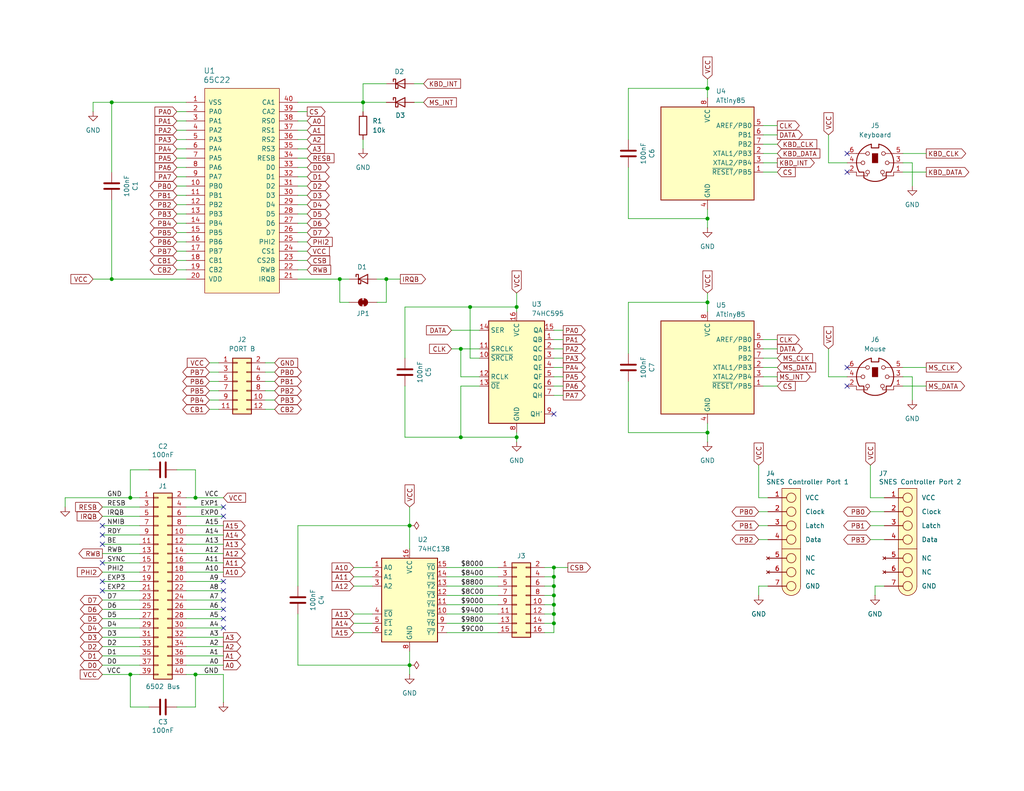
<source format=kicad_sch>
(kicad_sch (version 20250114) (generator "eeschema") (generator_version "9.0")
  (paper "USLetter")
  (title_block (title "6502 Input Board") (date "2024-06-20") (rev "1.0") (company "A.C. Wright Design"))
  (junction (at 151.13 165.1))
  (junction (at 140.97 83.82))
  (junction (at 53.34 135.89))
  (junction (at 30.48 76.2))
  (junction (at 193.04 118.11))
  (junction (at 111.76 181.61))
  (junction (at 151.13 154.94))
  (junction (at 151.13 160.02))
  (junction (at 30.48 27.94))
  (junction (at 151.13 170.18))
  (junction (at 193.04 82.55))
  (junction (at 99.06 27.94))
  (junction (at 151.13 162.56))
  (junction (at 105.41 76.2))
  (junction (at 140.97 119.38))
  (junction (at 125.73 119.38))
  (junction (at 35.56 135.89))
  (junction (at 193.04 59.69))
  (junction (at 151.13 157.48))
  (junction (at 125.73 95.25))
  (junction (at 92.71 76.2))
  (junction (at 35.56 184.15))
  (junction (at 193.04 24.13))
  (junction (at 111.76 143.51))
  (junction (at 53.34 184.15))
  (junction (at 128.27 83.82))
  (junction (at 151.13 167.64))
  (no_connect (at 27.94 146.05))
  (no_connect (at 27.94 143.51))
  (no_connect (at 231.14 100.33))
  (no_connect (at 60.96 158.75))
  (no_connect (at 60.96 171.45))
  (no_connect (at 27.94 161.29))
  (no_connect (at 231.14 105.41))
  (no_connect (at 60.96 138.43))
  (no_connect (at 60.96 166.37))
  (no_connect (at 60.96 140.97))
  (no_connect (at 231.14 46.99))
  (no_connect (at 27.94 153.67))
  (no_connect (at 60.96 163.83))
  (no_connect (at 60.96 161.29))
  (no_connect (at 231.14 41.91))
  (no_connect (at 151.13 113.03))
  (no_connect (at 27.94 158.75))
  (no_connect (at 60.96 168.91))
  (no_connect (at 27.94 148.59))
  (wire (pts (xy 50.8 143.51) (xy 60.96 143.51)))
  (wire (pts (xy 193.04 57.15) (xy 193.04 59.69)))
  (wire (pts (xy 81.28 63.5) (xy 83.82 63.5)))
  (wire (pts (xy 151.13 167.64) (xy 151.13 165.1)))
  (wire (pts (xy 48.26 53.34) (xy 50.8 53.34)))
  (wire (pts (xy 81.28 35.56) (xy 83.82 35.56)))
  (wire (pts (xy 121.92 162.56) (xy 135.89 162.56)))
  (wire (pts (xy 99.06 27.94) (xy 105.41 27.94)))
  (wire (pts (xy 208.28 95.25) (xy 212.09 95.25)))
  (wire (pts (xy 38.1 153.67) (xy 27.94 153.67)))
  (wire (pts (xy 60.96 161.29) (xy 50.8 161.29)))
  (wire (pts (xy 121.92 157.48) (xy 135.89 157.48)))
  (wire (pts (xy 99.06 27.94) (xy 99.06 30.48)))
  (wire (pts (xy 140.97 83.82) (xy 140.97 85.09)))
  (wire (pts (xy 81.28 71.12) (xy 83.82 71.12)))
  (wire (pts (xy 246.38 100.33) (xy 252.73 100.33)))
  (wire (pts (xy 48.26 30.48) (xy 50.8 30.48)))
  (wire (pts (xy 81.28 181.61) (xy 111.76 181.61)))
  (wire (pts (xy 110.49 119.38) (xy 125.73 119.38)))
  (wire (pts (xy 148.59 154.94) (xy 151.13 154.94)))
  (wire (pts (xy 125.73 102.87) (xy 125.73 95.25)))
  (wire (pts (xy 48.26 40.64) (xy 50.8 40.64)))
  (wire (pts (xy 72.39 109.22) (xy 74.93 109.22)))
  (wire (pts (xy 226.06 102.87) (xy 231.14 102.87)))
  (wire (pts (xy 81.28 55.88) (xy 83.82 55.88)))
  (wire (pts (xy 246.38 105.41) (xy 252.73 105.41)))
  (wire (pts (xy 81.28 66.04) (xy 83.82 66.04)))
  (wire (pts (xy 92.71 82.55) (xy 95.25 82.55)))
  (wire (pts (xy 81.28 30.48) (xy 83.82 30.48)))
  (wire (pts (xy 60.96 151.13) (xy 50.8 151.13)))
  (wire (pts (xy 30.48 27.94) (xy 50.8 27.94)))
  (wire (pts (xy 151.13 162.56) (xy 151.13 160.02)))
  (wire (pts (xy 96.52 172.72) (xy 101.6 172.72)))
  (wire (pts (xy 171.45 104.14) (xy 171.45 118.11)))
  (wire (pts (xy 50.8 158.75) (xy 60.96 158.75)))
  (wire (pts (xy 48.26 68.58) (xy 50.8 68.58)))
  (wire (pts (xy 207.01 139.7) (xy 209.55 139.7)))
  (wire (pts (xy 151.13 157.48) (xy 148.59 157.48)))
  (wire (pts (xy 57.15 99.06) (xy 59.69 99.06)))
  (wire (pts (xy 38.1 168.91) (xy 27.94 168.91)))
  (wire (pts (xy 38.1 148.59) (xy 27.94 148.59)))
  (wire (pts (xy 38.1 158.75) (xy 27.94 158.75)))
  (wire (pts (xy 237.49 135.89) (xy 241.3 135.89)))
  (wire (pts (xy 208.28 41.91) (xy 212.09 41.91)))
  (wire (pts (xy 208.28 102.87) (xy 212.09 102.87)))
  (wire (pts (xy 81.28 181.61) (xy 81.28 167.64)))
  (wire (pts (xy 81.28 58.42) (xy 83.82 58.42)))
  (wire (pts (xy 50.8 184.15) (xy 53.34 184.15)))
  (wire (pts (xy 123.19 90.17) (xy 130.81 90.17)))
  (wire (pts (xy 81.28 60.96) (xy 83.82 60.96)))
  (wire (pts (xy 38.1 135.89) (xy 35.56 135.89)))
  (wire (pts (xy 57.15 111.76) (xy 59.69 111.76)))
  (wire (pts (xy 128.27 97.79) (xy 128.27 83.82)))
  (wire (pts (xy 72.39 99.06) (xy 74.93 99.06)))
  (wire (pts (xy 237.49 147.32) (xy 241.3 147.32)))
  (wire (pts (xy 27.94 181.61) (xy 38.1 181.61)))
  (wire (pts (xy 193.04 82.55) (xy 193.04 85.09)))
  (wire (pts (xy 48.26 35.56) (xy 50.8 35.56)))
  (wire (pts (xy 17.78 135.89) (xy 35.56 135.89)))
  (wire (pts (xy 246.38 102.87) (xy 248.92 102.87)))
  (wire (pts (xy 110.49 83.82) (xy 128.27 83.82)))
  (wire (pts (xy 25.4 30.48) (xy 25.4 27.94)))
  (wire (pts (xy 27.94 156.21) (xy 38.1 156.21)))
  (wire (pts (xy 171.45 82.55) (xy 193.04 82.55)))
  (wire (pts (xy 105.41 82.55) (xy 105.41 76.2)))
  (wire (pts (xy 208.28 105.41) (xy 212.09 105.41)))
  (wire (pts (xy 171.45 59.69) (xy 193.04 59.69)))
  (wire (pts (xy 48.26 73.66) (xy 50.8 73.66)))
  (wire (pts (xy 208.28 46.99) (xy 212.09 46.99)))
  (wire (pts (xy 17.78 138.43) (xy 17.78 135.89)))
  (wire (pts (xy 140.97 118.11) (xy 140.97 119.38)))
  (wire (pts (xy 35.56 128.27) (xy 35.56 135.89)))
  (wire (pts (xy 151.13 160.02) (xy 151.13 157.48)))
  (wire (pts (xy 50.8 168.91) (xy 60.96 168.91)))
  (wire (pts (xy 226.06 36.83) (xy 226.06 44.45)))
  (wire (pts (xy 151.13 97.79) (xy 153.67 97.79)))
  (wire (pts (xy 27.94 140.97) (xy 38.1 140.97)))
  (wire (pts (xy 121.92 154.94) (xy 135.89 154.94)))
  (wire (pts (xy 50.8 138.43) (xy 60.96 138.43)))
  (wire (pts (xy 140.97 80.01) (xy 140.97 83.82)))
  (wire (pts (xy 99.06 38.1) (xy 99.06 40.64)))
  (wire (pts (xy 35.56 184.15) (xy 35.56 193.04)))
  (wire (pts (xy 128.27 83.82) (xy 140.97 83.82)))
  (wire (pts (xy 53.34 193.04) (xy 48.26 193.04)))
  (wire (pts (xy 171.45 24.13) (xy 193.04 24.13)))
  (wire (pts (xy 30.48 76.2) (xy 50.8 76.2)))
  (wire (pts (xy 248.92 102.87) (xy 248.92 109.22)))
  (wire (pts (xy 81.28 48.26) (xy 83.82 48.26)))
  (wire (pts (xy 121.92 165.1) (xy 135.89 165.1)))
  (wire (pts (xy 238.76 160.02) (xy 241.3 160.02)))
  (wire (pts (xy 38.1 184.15) (xy 35.56 184.15)))
  (wire (pts (xy 148.59 172.72) (xy 151.13 172.72)))
  (wire (pts (xy 151.13 170.18) (xy 148.59 170.18)))
  (wire (pts (xy 193.04 59.69) (xy 193.04 62.23)))
  (wire (pts (xy 237.49 127) (xy 237.49 135.89)))
  (wire (pts (xy 207.01 127) (xy 207.01 135.89)))
  (wire (pts (xy 151.13 170.18) (xy 151.13 167.64)))
  (wire (pts (xy 38.1 163.83) (xy 27.94 163.83)))
  (wire (pts (xy 113.03 27.94) (xy 115.57 27.94)))
  (wire (pts (xy 48.26 48.26) (xy 50.8 48.26)))
  (wire (pts (xy 151.13 165.1) (xy 148.59 165.1)))
  (wire (pts (xy 130.81 105.41) (xy 125.73 105.41)))
  (wire (pts (xy 48.26 58.42) (xy 50.8 58.42)))
  (wire (pts (xy 50.8 173.99) (xy 60.96 173.99)))
  (wire (pts (xy 48.26 33.02) (xy 50.8 33.02)))
  (wire (pts (xy 151.13 172.72) (xy 151.13 170.18)))
  (wire (pts (xy 151.13 107.95) (xy 153.67 107.95)))
  (wire (pts (xy 148.59 160.02) (xy 151.13 160.02)))
  (wire (pts (xy 208.28 100.33) (xy 212.09 100.33)))
  (wire (pts (xy 27.94 143.51) (xy 38.1 143.51)))
  (wire (pts (xy 96.52 170.18) (xy 101.6 170.18)))
  (wire (pts (xy 53.34 184.15) (xy 53.34 193.04)))
  (wire (pts (xy 27.94 176.53) (xy 38.1 176.53)))
  (wire (pts (xy 208.28 92.71) (xy 212.09 92.71)))
  (wire (pts (xy 125.73 119.38) (xy 140.97 119.38)))
  (wire (pts (xy 125.73 105.41) (xy 125.73 119.38)))
  (wire (pts (xy 60.96 181.61) (xy 50.8 181.61)))
  (wire (pts (xy 57.15 104.14) (xy 59.69 104.14)))
  (wire (pts (xy 60.96 176.53) (xy 50.8 176.53)))
  (wire (pts (xy 102.87 82.55) (xy 105.41 82.55)))
  (wire (pts (xy 27.94 138.43) (xy 38.1 138.43)))
  (wire (pts (xy 27.94 146.05) (xy 38.1 146.05)))
  (wire (pts (xy 193.04 115.57) (xy 193.04 118.11)))
  (wire (pts (xy 111.76 181.61) (xy 111.76 184.15)))
  (wire (pts (xy 72.39 104.14) (xy 74.93 104.14)))
  (wire (pts (xy 207.01 135.89) (xy 209.55 135.89)))
  (wire (pts (xy 110.49 97.79) (xy 110.49 83.82)))
  (wire (pts (xy 27.94 171.45) (xy 38.1 171.45)))
  (wire (pts (xy 38.1 173.99) (xy 27.94 173.99)))
  (wire (pts (xy 30.48 27.94) (xy 30.48 46.99)))
  (wire (pts (xy 151.13 162.56) (xy 148.59 162.56)))
  (wire (pts (xy 48.26 45.72) (xy 50.8 45.72)))
  (wire (pts (xy 246.38 44.45) (xy 248.92 44.45)))
  (wire (pts (xy 111.76 143.51) (xy 111.76 138.43)))
  (wire (pts (xy 110.49 105.41) (xy 110.49 119.38)))
  (wire (pts (xy 171.45 118.11) (xy 193.04 118.11)))
  (wire (pts (xy 105.41 76.2) (xy 109.22 76.2)))
  (wire (pts (xy 27.94 184.15) (xy 35.56 184.15)))
  (wire (pts (xy 111.76 177.8) (xy 111.76 181.61)))
  (wire (pts (xy 60.96 135.89) (xy 53.34 135.89)))
  (wire (pts (xy 25.4 27.94) (xy 30.48 27.94)))
  (wire (pts (xy 60.96 156.21) (xy 50.8 156.21)))
  (wire (pts (xy 193.04 21.59) (xy 193.04 24.13)))
  (wire (pts (xy 121.92 172.72) (xy 135.89 172.72)))
  (wire (pts (xy 81.28 143.51) (xy 81.28 160.02)))
  (wire (pts (xy 207.01 147.32) (xy 209.55 147.32)))
  (wire (pts (xy 151.13 157.48) (xy 151.13 154.94)))
  (wire (pts (xy 38.1 179.07) (xy 27.94 179.07)))
  (wire (pts (xy 246.38 46.99) (xy 252.73 46.99)))
  (wire (pts (xy 209.55 160.02) (xy 207.01 160.02)))
  (wire (pts (xy 60.96 146.05) (xy 50.8 146.05)))
  (wire (pts (xy 208.28 44.45) (xy 212.09 44.45)))
  (wire (pts (xy 140.97 119.38) (xy 140.97 120.65)))
  (wire (pts (xy 151.13 92.71) (xy 153.67 92.71)))
  (wire (pts (xy 27.94 151.13) (xy 38.1 151.13)))
  (wire (pts (xy 30.48 54.61) (xy 30.48 76.2)))
  (wire (pts (xy 96.52 157.48) (xy 101.6 157.48)))
  (wire (pts (xy 193.04 118.11) (xy 193.04 120.65)))
  (wire (pts (xy 81.28 33.02) (xy 83.82 33.02)))
  (wire (pts (xy 50.8 179.07) (xy 60.96 179.07)))
  (wire (pts (xy 208.28 97.79) (xy 212.09 97.79)))
  (wire (pts (xy 53.34 184.15) (xy 60.96 184.15)))
  (wire (pts (xy 81.28 43.18) (xy 83.82 43.18)))
  (wire (pts (xy 60.96 166.37) (xy 50.8 166.37)))
  (wire (pts (xy 81.28 68.58) (xy 83.82 68.58)))
  (wire (pts (xy 130.81 97.79) (xy 128.27 97.79)))
  (wire (pts (xy 208.28 34.29) (xy 212.09 34.29)))
  (wire (pts (xy 193.04 24.13) (xy 193.04 26.67)))
  (wire (pts (xy 53.34 128.27) (xy 53.34 135.89)))
  (wire (pts (xy 72.39 101.6) (xy 74.93 101.6)))
  (wire (pts (xy 48.26 63.5) (xy 50.8 63.5)))
  (wire (pts (xy 48.26 71.12) (xy 50.8 71.12)))
  (wire (pts (xy 72.39 106.68) (xy 74.93 106.68)))
  (wire (pts (xy 60.96 184.15) (xy 60.96 191.77)))
  (wire (pts (xy 81.28 50.8) (xy 83.82 50.8)))
  (wire (pts (xy 50.8 163.83) (xy 60.96 163.83)))
  (wire (pts (xy 35.56 128.27) (xy 40.64 128.27)))
  (wire (pts (xy 111.76 143.51) (xy 111.76 149.86)))
  (wire (pts (xy 81.28 45.72) (xy 83.82 45.72)))
  (wire (pts (xy 171.45 45.72) (xy 171.45 59.69)))
  (wire (pts (xy 48.26 60.96) (xy 50.8 60.96)))
  (wire (pts (xy 151.13 105.41) (xy 153.67 105.41)))
  (wire (pts (xy 237.49 143.51) (xy 241.3 143.51)))
  (wire (pts (xy 25.4 76.2) (xy 30.48 76.2)))
  (wire (pts (xy 81.28 40.64) (xy 83.82 40.64)))
  (wire (pts (xy 96.52 167.64) (xy 101.6 167.64)))
  (wire (pts (xy 60.96 140.97) (xy 50.8 140.97)))
  (wire (pts (xy 92.71 76.2) (xy 92.71 82.55)))
  (wire (pts (xy 171.45 96.52) (xy 171.45 82.55)))
  (wire (pts (xy 226.06 95.25) (xy 226.06 102.87)))
  (wire (pts (xy 53.34 135.89) (xy 50.8 135.89)))
  (wire (pts (xy 35.56 193.04) (xy 40.64 193.04)))
  (wire (pts (xy 99.06 22.86) (xy 99.06 27.94)))
  (wire (pts (xy 246.38 41.91) (xy 252.73 41.91)))
  (wire (pts (xy 99.06 22.86) (xy 105.41 22.86)))
  (wire (pts (xy 57.15 109.22) (xy 59.69 109.22)))
  (wire (pts (xy 72.39 111.76) (xy 74.93 111.76)))
  (wire (pts (xy 208.28 36.83) (xy 212.09 36.83)))
  (wire (pts (xy 48.26 50.8) (xy 50.8 50.8)))
  (wire (pts (xy 81.28 27.94) (xy 99.06 27.94)))
  (wire (pts (xy 151.13 90.17) (xy 153.67 90.17)))
  (wire (pts (xy 238.76 162.56) (xy 238.76 160.02)))
  (wire (pts (xy 48.26 55.88) (xy 50.8 55.88)))
  (wire (pts (xy 48.26 43.18) (xy 50.8 43.18)))
  (wire (pts (xy 123.19 95.25) (xy 125.73 95.25)))
  (wire (pts (xy 105.41 76.2) (xy 102.87 76.2)))
  (wire (pts (xy 151.13 167.64) (xy 148.59 167.64)))
  (wire (pts (xy 125.73 95.25) (xy 130.81 95.25)))
  (wire (pts (xy 50.8 153.67) (xy 60.96 153.67)))
  (wire (pts (xy 92.71 76.2) (xy 95.25 76.2)))
  (wire (pts (xy 96.52 154.94) (xy 101.6 154.94)))
  (wire (pts (xy 151.13 154.94) (xy 154.94 154.94)))
  (wire (pts (xy 81.28 53.34) (xy 83.82 53.34)))
  (wire (pts (xy 207.01 143.51) (xy 209.55 143.51)))
  (wire (pts (xy 121.92 167.64) (xy 135.89 167.64)))
  (wire (pts (xy 48.26 66.04) (xy 50.8 66.04)))
  (wire (pts (xy 60.96 171.45) (xy 50.8 171.45)))
  (wire (pts (xy 81.28 76.2) (xy 92.71 76.2)))
  (wire (pts (xy 171.45 38.1) (xy 171.45 24.13)))
  (wire (pts (xy 111.76 143.51) (xy 81.28 143.51)))
  (wire (pts (xy 27.94 161.29) (xy 38.1 161.29)))
  (wire (pts (xy 208.28 39.37) (xy 212.09 39.37)))
  (wire (pts (xy 121.92 170.18) (xy 135.89 170.18)))
  (wire (pts (xy 48.26 128.27) (xy 53.34 128.27)))
  (wire (pts (xy 57.15 101.6) (xy 59.69 101.6)))
  (wire (pts (xy 151.13 102.87) (xy 153.67 102.87)))
  (wire (pts (xy 121.92 160.02) (xy 135.89 160.02)))
  (wire (pts (xy 151.13 95.25) (xy 153.67 95.25)))
  (wire (pts (xy 50.8 148.59) (xy 60.96 148.59)))
  (wire (pts (xy 237.49 139.7) (xy 241.3 139.7)))
  (wire (pts (xy 151.13 165.1) (xy 151.13 162.56)))
  (wire (pts (xy 81.28 38.1) (xy 83.82 38.1)))
  (wire (pts (xy 226.06 44.45) (xy 231.14 44.45)))
  (wire (pts (xy 81.28 73.66) (xy 83.82 73.66)))
  (wire (pts (xy 207.01 160.02) (xy 207.01 162.56)))
  (wire (pts (xy 48.26 38.1) (xy 50.8 38.1)))
  (wire (pts (xy 193.04 80.01) (xy 193.04 82.55)))
  (wire (pts (xy 130.81 102.87) (xy 125.73 102.87)))
  (wire (pts (xy 113.03 22.86) (xy 115.57 22.86)))
  (wire (pts (xy 151.13 100.33) (xy 153.67 100.33)))
  (wire (pts (xy 27.94 166.37) (xy 38.1 166.37)))
  (wire (pts (xy 96.52 160.02) (xy 101.6 160.02)))
  (wire (pts (xy 248.92 44.45) (xy 248.92 50.8)))
  (wire (pts (xy 57.15 106.68) (xy 59.69 106.68)))
  (label "BE" (at 29.21 148.59 0))
  (label "A15" (at 59.69 143.51 180))
  (label "EXP1" (at 59.69 138.43 180))
  (label "A4" (at 59.69 171.45 180))
  (label "D4" (at 29.21 171.45 0))
  (label "RESB" (at 29.21 138.43 0))
  (label "$8000" (at 125.73 154.94 0))
  (label "A0" (at 59.69 181.61 180))
  (label "EXP3" (at 29.21 158.75 0))
  (label "PHI2" (at 29.21 156.21 0))
  (label "EXP2" (at 29.21 161.29 0))
  (label "RDY" (at 29.21 146.05 0))
  (label "A9" (at 59.69 158.75 180))
  (label "A14" (at 59.69 146.05 180))
  (label "IRQB" (at 29.21 140.97 0))
  (label "D7" (at 29.21 163.83 0))
  (label "A1" (at 59.69 179.07 180))
  (label "A3" (at 59.69 173.99 180))
  (label "$9400" (at 125.73 167.64 0))
  (label "VCC" (at 29.21 184.15 0))
  (label "A6" (at 59.69 166.37 180))
  (label "$8800" (at 125.73 160.02 0))
  (label "D1" (at 29.21 179.07 0))
  (label "SYNC" (at 29.21 153.67 0))
  (label "D0" (at 29.21 181.61 0))
  (label "A12" (at 59.69 151.13 180))
  (label "A2" (at 59.69 176.53 180))
  (label "A13" (at 59.69 148.59 180))
  (label "A11" (at 59.69 153.67 180))
  (label "D3" (at 29.21 173.99 0))
  (label "$9C00" (at 125.73 172.72 0))
  (label "NMIB" (at 29.21 143.51 0))
  (label "A10" (at 59.69 156.21 180))
  (label "A7" (at 59.69 163.83 180))
  (label "$8C00" (at 125.73 162.56 0))
  (label "$8400" (at 125.73 157.48 0))
  (label "VCC" (at 59.69 135.89 180))
  (label "GND" (at 29.21 135.89 0))
  (label "GND" (at 59.69 184.15 180))
  (label "$9800" (at 125.73 170.18 0))
  (label "$9000" (at 125.73 165.1 0))
  (label "A5" (at 59.69 168.91 180))
  (label "RWB" (at 29.21 151.13 0))
  (label "EXP0" (at 59.69 140.97 180))
  (label "D2" (at 29.21 176.53 0))
  (label "D6" (at 29.21 166.37 0))
  (label "A8" (at 59.69 161.29 180))
  (label "D5" (at 29.21 168.91 0))
  (global_label "A10" (shape output) (at 60.96 156.21 0) (property "Intersheetrefs" "${INTERSHEET_REFS}" (effects (hide yes))))
  (global_label "A11" (shape output) (at 60.96 153.67 0) (property "Intersheetrefs" "${INTERSHEET_REFS}" (effects (hide yes))))
  (global_label "CS" (shape input) (at 212.09 46.99 0) (property "Intersheetrefs" "${INTERSHEET_REFS}" (effects (hide yes))))
  (global_label "A12" (shape output) (at 60.96 151.13 0) (property "Intersheetrefs" "${INTERSHEET_REFS}" (effects (hide yes))))
  (global_label "A13" (shape output) (at 60.96 148.59 0) (property "Intersheetrefs" "${INTERSHEET_REFS}" (effects (hide yes))))
  (global_label "CLK" (shape input) (at 123.19 95.25 180) (property "Intersheetrefs" "${INTERSHEET_REFS}" (effects (hide yes))))
  (global_label "A13" (shape input) (at 96.52 167.64 180) (property "Intersheetrefs" "${INTERSHEET_REFS}" (effects (hide yes))))
  (global_label "KBD_INT" (shape input) (at 115.57 22.86 0) (property "Intersheetrefs" "${INTERSHEET_REFS}" (effects (hide yes))))
  (global_label "A11" (shape input) (at 96.52 157.48 180) (property "Intersheetrefs" "${INTERSHEET_REFS}" (effects (hide yes))))
  (global_label "KBD_DATA" (shape input) (at 212.09 41.91 0) (property "Intersheetrefs" "${INTERSHEET_REFS}" (effects (hide yes))))
  (global_label "D5" (shape bidirectional) (at 27.94 168.91 180) (property "Intersheetrefs" "${INTERSHEET_REFS}" (effects (hide yes))))
  (global_label "CB2" (shape bidirectional) (at 74.93 111.76 0) (property "Intersheetrefs" "${INTERSHEET_REFS}" (effects (hide yes))))
  (global_label "PA2" (shape output) (at 153.67 95.25 0) (property "Intersheetrefs" "${INTERSHEET_REFS}" (effects (hide yes))))
  (global_label "A15" (shape input) (at 96.52 172.72 180) (property "Intersheetrefs" "${INTERSHEET_REFS}" (effects (hide yes))))
  (global_label "PB3" (shape bidirectional) (at 74.93 109.22 0) (property "Intersheetrefs" "${INTERSHEET_REFS}" (effects (hide yes))))
  (global_label "A10" (shape input) (at 96.52 154.94 180) (property "Intersheetrefs" "${INTERSHEET_REFS}" (effects (hide yes))))
  (global_label "MS_DATA" (shape output) (at 252.73 105.41 0) (property "Intersheetrefs" "${INTERSHEET_REFS}" (effects (hide yes))))
  (global_label "A1" (shape input) (at 83.82 35.56 0) (property "Intersheetrefs" "${INTERSHEET_REFS}" (effects (hide yes))))
  (global_label "PA0" (shape output) (at 153.67 90.17 0) (property "Intersheetrefs" "${INTERSHEET_REFS}" (effects (hide yes))))
  (global_label "PHI2" (shape input) (at 27.94 156.21 180) (property "Intersheetrefs" "${INTERSHEET_REFS}" (effects (hide yes))))
  (global_label "PA7" (shape input) (at 48.26 48.26 180) (property "Intersheetrefs" "${INTERSHEET_REFS}" (effects (hide yes))))
  (global_label "PB2" (shape bidirectional) (at 207.01 147.32 180) (property "Intersheetrefs" "${INTERSHEET_REFS}" (effects (hide yes))))
  (global_label "A14" (shape input) (at 96.52 170.18 180) (property "Intersheetrefs" "${INTERSHEET_REFS}" (effects (hide yes))))
  (global_label "PA2" (shape input) (at 48.26 35.56 180) (property "Intersheetrefs" "${INTERSHEET_REFS}" (effects (hide yes))))
  (global_label "RESB" (shape input) (at 27.94 138.43 180) (property "Intersheetrefs" "${INTERSHEET_REFS}" (effects (hide yes))))
  (global_label "A0" (shape input) (at 83.82 33.02 0) (property "Intersheetrefs" "${INTERSHEET_REFS}" (effects (hide yes))))
  (global_label "PA3" (shape input) (at 48.26 38.1 180) (property "Intersheetrefs" "${INTERSHEET_REFS}" (effects (hide yes))))
  (global_label "MS_CLK" (shape output) (at 252.73 100.33 0) (property "Intersheetrefs" "${INTERSHEET_REFS}" (effects (hide yes))))
  (global_label "PB4" (shape bidirectional) (at 48.26 60.96 180) (property "Intersheetrefs" "${INTERSHEET_REFS}" (effects (hide yes))))
  (global_label "D3" (shape bidirectional) (at 27.94 173.99 180) (property "Intersheetrefs" "${INTERSHEET_REFS}" (effects (hide yes))))
  (global_label "CLK" (shape output) (at 212.09 34.29 0) (property "Intersheetrefs" "${INTERSHEET_REFS}" (effects (hide yes))))
  (global_label "MS_DATA" (shape input) (at 212.09 100.33 0) (property "Intersheetrefs" "${INTERSHEET_REFS}" (effects (hide yes))))
  (global_label "D2" (shape bidirectional) (at 83.82 50.8 0) (property "Intersheetrefs" "${INTERSHEET_REFS}" (effects (hide yes))))
  (global_label "PB1" (shape bidirectional) (at 48.26 53.34 180) (property "Intersheetrefs" "${INTERSHEET_REFS}" (effects (hide yes))))
  (global_label "PA6" (shape output) (at 153.67 105.41 0) (property "Intersheetrefs" "${INTERSHEET_REFS}" (effects (hide yes))))
  (global_label "A1" (shape output) (at 60.96 179.07 0) (property "Intersheetrefs" "${INTERSHEET_REFS}" (effects (hide yes))))
  (global_label "PB1" (shape bidirectional) (at 237.49 143.51 180) (property "Intersheetrefs" "${INTERSHEET_REFS}" (effects (hide yes))))
  (global_label "PB6" (shape bidirectional) (at 57.15 104.14 180) (property "Intersheetrefs" "${INTERSHEET_REFS}" (effects (hide yes))))
  (global_label "RESB" (shape input) (at 83.82 43.18 0) (property "Intersheetrefs" "${INTERSHEET_REFS}" (effects (hide yes))))
  (global_label "KBD_INT" (shape output) (at 212.09 44.45 0) (property "Intersheetrefs" "${INTERSHEET_REFS}" (effects (hide yes))))
  (global_label "PB4" (shape bidirectional) (at 57.15 109.22 180) (property "Intersheetrefs" "${INTERSHEET_REFS}" (effects (hide yes))))
  (global_label "D4" (shape bidirectional) (at 27.94 171.45 180) (property "Intersheetrefs" "${INTERSHEET_REFS}" (effects (hide yes))))
  (global_label "VCC" (shape input) (at 60.96 135.89 0) (property "Intersheetrefs" "${INTERSHEET_REFS}" (effects (hide yes))))
  (global_label "PB7" (shape bidirectional) (at 57.15 101.6 180) (property "Intersheetrefs" "${INTERSHEET_REFS}" (effects (hide yes))))
  (global_label "A3" (shape input) (at 83.82 40.64 0) (property "Intersheetrefs" "${INTERSHEET_REFS}" (effects (hide yes))))
  (global_label "PA4" (shape input) (at 48.26 40.64 180) (property "Intersheetrefs" "${INTERSHEET_REFS}" (effects (hide yes))))
  (global_label "VCC" (shape input) (at 193.04 80.01 90) (property "Intersheetrefs" "${INTERSHEET_REFS}" (effects (hide yes))))
  (global_label "RWB" (shape output) (at 27.94 151.13 180) (property "Intersheetrefs" "${INTERSHEET_REFS}" (effects (hide yes))))
  (global_label "D1" (shape bidirectional) (at 27.94 179.07 180) (property "Intersheetrefs" "${INTERSHEET_REFS}" (effects (hide yes))))
  (global_label "VCC" (shape input) (at 226.06 36.83 90) (property "Intersheetrefs" "${INTERSHEET_REFS}" (effects (hide yes))))
  (global_label "CS" (shape input) (at 212.09 105.41 0) (property "Intersheetrefs" "${INTERSHEET_REFS}" (effects (hide yes))))
  (global_label "CSB" (shape output) (at 154.94 154.94 0) (property "Intersheetrefs" "${INTERSHEET_REFS}" (effects (hide yes))))
  (global_label "GND" (shape input) (at 74.93 99.06 0) (property "Intersheetrefs" "${INTERSHEET_REFS}" (effects (hide yes))))
  (global_label "PB2" (shape bidirectional) (at 48.26 55.88 180) (property "Intersheetrefs" "${INTERSHEET_REFS}" (effects (hide yes))))
  (global_label "A14" (shape output) (at 60.96 146.05 0) (property "Intersheetrefs" "${INTERSHEET_REFS}" (effects (hide yes))))
  (global_label "PB0" (shape bidirectional) (at 207.01 139.7 180) (property "Intersheetrefs" "${INTERSHEET_REFS}" (effects (hide yes))))
  (global_label "CSB" (shape input) (at 83.82 71.12 0) (property "Intersheetrefs" "${INTERSHEET_REFS}" (effects (hide yes))))
  (global_label "VCC" (shape input) (at 140.97 80.01 90) (property "Intersheetrefs" "${INTERSHEET_REFS}" (effects (hide yes))))
  (global_label "PB5" (shape bidirectional) (at 57.15 106.68 180) (property "Intersheetrefs" "${INTERSHEET_REFS}" (effects (hide yes))))
  (global_label "KBD_CLK" (shape output) (at 252.73 41.91 0) (property "Intersheetrefs" "${INTERSHEET_REFS}" (effects (hide yes))))
  (global_label "DATA" (shape output) (at 212.09 36.83 0) (property "Intersheetrefs" "${INTERSHEET_REFS}" (effects (hide yes))))
  (global_label "A15" (shape output) (at 60.96 143.51 0) (property "Intersheetrefs" "${INTERSHEET_REFS}" (effects (hide yes))))
  (global_label "PB0" (shape bidirectional) (at 237.49 139.7 180) (property "Intersheetrefs" "${INTERSHEET_REFS}" (effects (hide yes))))
  (global_label "MS_INT" (shape output) (at 212.09 102.87 0) (property "Intersheetrefs" "${INTERSHEET_REFS}" (effects (hide yes))))
  (global_label "PA0" (shape input) (at 48.26 30.48 180) (property "Intersheetrefs" "${INTERSHEET_REFS}" (effects (hide yes))))
  (global_label "VCC" (shape input) (at 226.06 95.25 90) (property "Intersheetrefs" "${INTERSHEET_REFS}" (effects (hide yes))))
  (global_label "PB7" (shape bidirectional) (at 48.26 68.58 180) (property "Intersheetrefs" "${INTERSHEET_REFS}" (effects (hide yes))))
  (global_label "PB1" (shape bidirectional) (at 207.01 143.51 180) (property "Intersheetrefs" "${INTERSHEET_REFS}" (effects (hide yes))))
  (global_label "A2" (shape input) (at 83.82 38.1 0) (property "Intersheetrefs" "${INTERSHEET_REFS}" (effects (hide yes))))
  (global_label "D6" (shape bidirectional) (at 27.94 166.37 180) (property "Intersheetrefs" "${INTERSHEET_REFS}" (effects (hide yes))))
  (global_label "PA7" (shape output) (at 153.67 107.95 0) (property "Intersheetrefs" "${INTERSHEET_REFS}" (effects (hide yes))))
  (global_label "PB5" (shape bidirectional) (at 48.26 63.5 180) (property "Intersheetrefs" "${INTERSHEET_REFS}" (effects (hide yes))))
  (global_label "DATA" (shape input) (at 123.19 90.17 180) (property "Intersheetrefs" "${INTERSHEET_REFS}" (effects (hide yes))))
  (global_label "D1" (shape bidirectional) (at 83.82 48.26 0) (property "Intersheetrefs" "${INTERSHEET_REFS}" (effects (hide yes))))
  (global_label "CLK" (shape output) (at 212.09 92.71 0) (property "Intersheetrefs" "${INTERSHEET_REFS}" (effects (hide yes))))
  (global_label "A0" (shape output) (at 60.96 181.61 0) (property "Intersheetrefs" "${INTERSHEET_REFS}" (effects (hide yes))))
  (global_label "IRQB" (shape output) (at 109.22 76.2 0) (property "Intersheetrefs" "${INTERSHEET_REFS}" (effects (hide yes))))
  (global_label "D5" (shape bidirectional) (at 83.82 58.42 0) (property "Intersheetrefs" "${INTERSHEET_REFS}" (effects (hide yes))))
  (global_label "PB3" (shape bidirectional) (at 48.26 58.42 180) (property "Intersheetrefs" "${INTERSHEET_REFS}" (effects (hide yes))))
  (global_label "MS_INT" (shape input) (at 115.57 27.94 0) (property "Intersheetrefs" "${INTERSHEET_REFS}" (effects (hide yes))))
  (global_label "CS" (shape output) (at 83.82 30.48 0) (property "Intersheetrefs" "${INTERSHEET_REFS}" (effects (hide yes))))
  (global_label "VCC" (shape input) (at 237.49 127 90) (property "Intersheetrefs" "${INTERSHEET_REFS}" (effects (hide yes))))
  (global_label "CB1" (shape bidirectional) (at 57.15 111.76 180) (property "Intersheetrefs" "${INTERSHEET_REFS}" (effects (hide yes))))
  (global_label "D2" (shape bidirectional) (at 27.94 176.53 180) (property "Intersheetrefs" "${INTERSHEET_REFS}" (effects (hide yes))))
  (global_label "D7" (shape bidirectional) (at 27.94 163.83 180) (property "Intersheetrefs" "${INTERSHEET_REFS}" (effects (hide yes))))
  (global_label "PB1" (shape bidirectional) (at 74.93 104.14 0) (property "Intersheetrefs" "${INTERSHEET_REFS}" (effects (hide yes))))
  (global_label "DATA" (shape output) (at 212.09 95.25 0) (property "Intersheetrefs" "${INTERSHEET_REFS}" (effects (hide yes))))
  (global_label "A3" (shape output) (at 60.96 173.99 0) (property "Intersheetrefs" "${INTERSHEET_REFS}" (effects (hide yes))))
  (global_label "KBD_DATA" (shape output) (at 252.73 46.99 0) (property "Intersheetrefs" "${INTERSHEET_REFS}" (effects (hide yes))))
  (global_label "D7" (shape bidirectional) (at 83.82 63.5 0) (property "Intersheetrefs" "${INTERSHEET_REFS}" (effects (hide yes))))
  (global_label "PA1" (shape input) (at 48.26 33.02 180) (property "Intersheetrefs" "${INTERSHEET_REFS}" (effects (hide yes))))
  (global_label "A12" (shape input) (at 96.52 160.02 180) (property "Intersheetrefs" "${INTERSHEET_REFS}" (effects (hide yes))))
  (global_label "D0" (shape bidirectional) (at 83.82 45.72 0) (property "Intersheetrefs" "${INTERSHEET_REFS}" (effects (hide yes))))
  (global_label "PA1" (shape output) (at 153.67 92.71 0) (property "Intersheetrefs" "${INTERSHEET_REFS}" (effects (hide yes))))
  (global_label "VCC" (shape input) (at 57.15 99.06 180) (property "Intersheetrefs" "${INTERSHEET_REFS}" (effects (hide yes))))
  (global_label "PB2" (shape bidirectional) (at 74.93 106.68 0) (property "Intersheetrefs" "${INTERSHEET_REFS}" (effects (hide yes))))
  (global_label "MS_CLK" (shape input) (at 212.09 97.79 0) (property "Intersheetrefs" "${INTERSHEET_REFS}" (effects (hide yes))))
  (global_label "PA5" (shape output) (at 153.67 102.87 0) (property "Intersheetrefs" "${INTERSHEET_REFS}" (effects (hide yes))))
  (global_label "VCC" (shape input) (at 111.76 138.43 90) (property "Intersheetrefs" "${INTERSHEET_REFS}" (effects (hide yes))))
  (global_label "VCC" (shape input) (at 207.01 127 90) (property "Intersheetrefs" "${INTERSHEET_REFS}" (effects (hide yes))))
  (global_label "PB3" (shape bidirectional) (at 237.49 147.32 180) (property "Intersheetrefs" "${INTERSHEET_REFS}" (effects (hide yes))))
  (global_label "A2" (shape output) (at 60.96 176.53 0) (property "Intersheetrefs" "${INTERSHEET_REFS}" (effects (hide yes))))
  (global_label "D3" (shape bidirectional) (at 83.82 53.34 0) (property "Intersheetrefs" "${INTERSHEET_REFS}" (effects (hide yes))))
  (global_label "PB0" (shape bidirectional) (at 74.93 101.6 0) (property "Intersheetrefs" "${INTERSHEET_REFS}" (effects (hide yes))))
  (global_label "PA4" (shape output) (at 153.67 100.33 0) (property "Intersheetrefs" "${INTERSHEET_REFS}" (effects (hide yes))))
  (global_label "IRQB" (shape input) (at 27.94 140.97 180) (property "Intersheetrefs" "${INTERSHEET_REFS}" (effects (hide yes))))
  (global_label "KBD_CLK" (shape input) (at 212.09 39.37 0) (property "Intersheetrefs" "${INTERSHEET_REFS}" (effects (hide yes))))
  (global_label "PHI2" (shape input) (at 83.82 66.04 0) (property "Intersheetrefs" "${INTERSHEET_REFS}" (effects (hide yes))))
  (global_label "PA3" (shape output) (at 153.67 97.79 0) (property "Intersheetrefs" "${INTERSHEET_REFS}" (effects (hide yes))))
  (global_label "VCC" (shape input) (at 25.4 76.2 180) (property "Intersheetrefs" "${INTERSHEET_REFS}" (effects (hide yes))))
  (global_label "RWB" (shape input) (at 83.82 73.66 0) (property "Intersheetrefs" "${INTERSHEET_REFS}" (effects (hide yes))))
  (global_label "VCC" (shape input) (at 83.82 68.58 0) (property "Intersheetrefs" "${INTERSHEET_REFS}" (effects (hide yes))))
  (global_label "D6" (shape bidirectional) (at 83.82 60.96 0) (property "Intersheetrefs" "${INTERSHEET_REFS}" (effects (hide yes))))
  (global_label "PB0" (shape bidirectional) (at 48.26 50.8 180) (property "Intersheetrefs" "${INTERSHEET_REFS}" (effects (hide yes))))
  (global_label "PA6" (shape input) (at 48.26 45.72 180) (property "Intersheetrefs" "${INTERSHEET_REFS}" (effects (hide yes))))
  (global_label "PA5" (shape input) (at 48.26 43.18 180) (property "Intersheetrefs" "${INTERSHEET_REFS}" (effects (hide yes))))
  (global_label "D4" (shape bidirectional) (at 83.82 55.88 0) (property "Intersheetrefs" "${INTERSHEET_REFS}" (effects (hide yes))))
  (global_label "PB6" (shape bidirectional) (at 48.26 66.04 180) (property "Intersheetrefs" "${INTERSHEET_REFS}" (effects (hide yes))))
  (global_label "VCC" (shape input) (at 27.94 184.15 180) (property "Intersheetrefs" "${INTERSHEET_REFS}" (effects (hide yes))))
  (global_label "D0" (shape bidirectional) (at 27.94 181.61 180) (property "Intersheetrefs" "${INTERSHEET_REFS}" (effects (hide yes))))
  (global_label "CB1" (shape bidirectional) (at 48.26 71.12 180) (property "Intersheetrefs" "${INTERSHEET_REFS}" (effects (hide yes))))
  (global_label "CB2" (shape bidirectional) (at 48.26 73.66 180) (property "Intersheetrefs" "${INTERSHEET_REFS}" (effects (hide yes))))
  (global_label "VCC" (shape input) (at 193.04 21.59 90) (property "Intersheetrefs" "${INTERSHEET_REFS}" (effects (hide yes))))
  (symbol (lib_id "power:GND") (at 193.04 120.65 0) (unit 1)
    (property "Reference" "#PWR08" (effects (hide yes)))
    (property "Value" "GND" (at 193.04 125.73 0))
    (property "Description" "Power symbol creates a global label with name \"GND\" , ground" (effects (hide yes)))
  )
  (symbol (lib_id "power:GND") (at 248.92 109.22 0) (unit 1)
    (property "Reference" "#PWR012" (effects (hide yes)))
    (property "Value" "GND" (at 248.92 114.3 0))
    (property "Description" "Power symbol creates a global label with name \"GND\" , ground" (effects (hide yes)))
  )
  (symbol (lib_id "6502 Parts:KMDGX-6S-BS") (at 238.76 44.45 0) (unit 1)
    (property "Reference" "J5" (at 238.7777 34.29 0))
    (property "Value" "Keyboard" (at 238.7777 36.83 0))
    (property "Footprint" "6502 Parts:KMDGX-6S-BS" (effects (hide yes)))
    (property "Datasheet" "http://service.powerdynamics.com/ec/Catalog17/Section%2011.pdf" (effects (hide yes)))
    (property "Description" "6-pin Mini-DIN connector" (effects (hide yes)))
  )
  (symbol (lib_id "Connector_Generic:Conn_02x08_Odd_Even") (at 140.97 162.56 0) (unit 1) (in_bom no)
    (property "Reference" "J3" (at 142.24 151.765 0))
    (property "Value" "Conn_02x08_Odd_Even" (effects (hide yes)))
    (property "Footprint" "Connector_PinHeader_2.54mm:PinHeader_2x08_P2.54mm_Vertical" (effects (hide yes)))
  )
  (symbol (lib_id "Device:D_Schottky") (at 99.06 76.2 0) (unit 1) (in_bom no)
    (property "Reference" "D1" (at 98.806 72.898 0))
    (property "Value" "D_Schottky" (effects (hide yes)))
    (property "Footprint" "Diode_THT:D_DO-35_SOD27_P7.62mm_Horizontal" (effects (hide yes)))
    (property "Description" "Schottky diode" (effects (hide yes)))
  )
  (symbol (lib_id "74xx:74HC595") (at 140.97 100.33 0) (unit 1)
    (property "Reference" "U3" (at 145.034 83.058 0) (effects (justify left)))
    (property "Value" "74HC595" (at 145.034 85.598 0) (effects (justify left)))
    (property "Footprint" "Package_SO:SOIC-16_3.9x9.9mm_P1.27mm" (effects (hide yes)))
    (property "Datasheet" "http://www.ti.com/lit/ds/symlink/sn74hc595.pdf" (effects (hide yes)))
    (property "Description" "8-bit serial in/out Shift Register 3-State Outputs" (effects (hide yes)))
    (property "LCSC" "C5947" (effects (hide yes)))
  )
  (symbol (lib_id "6502 Parts:KMDGX-6S-BS") (at 238.76 102.87 0) (unit 1)
    (property "Reference" "J6" (at 238.7777 92.71 0))
    (property "Value" "Mouse" (at 238.7777 95.25 0))
    (property "Footprint" "6502 Parts:KMDGX-6S-BS" (effects (hide yes)))
    (property "Datasheet" "http://service.powerdynamics.com/ec/Catalog17/Section%2011.pdf" (effects (hide yes)))
    (property "Description" "6-pin Mini-DIN connector" (effects (hide yes)))
  )
  (symbol (lib_id "power:GND") (at 238.76 162.56 0) (unit 1)
    (property "Reference" "#PWR010" (effects (hide yes)))
    (property "Value" "GND" (at 238.76 167.64 0))
    (property "Description" "Power symbol creates a global label with name \"GND\" , ground" (effects (hide yes)))
  )
  (symbol (lib_id "74xx:74HC138") (at 111.76 165.1 0) (unit 1)
    (property "Reference" "U2" (at 113.9541 147.32 0) (effects (justify left)))
    (property "Value" "74HC138" (at 113.9541 149.86 0) (effects (justify left)))
    (property "Footprint" "Package_SO:SOIC-16_3.9x9.9mm_P1.27mm" (effects (hide yes)))
    (property "Datasheet" "http://www.ti.com/lit/ds/symlink/cd74hc238.pdf" (effects (hide yes)))
    (property "Description" "3-to-8 line decoder/multiplexer inverting, DIP-16/SOIC-16/SSOP-16" (effects (hide yes)))
    (property "LCSC" "C5602" (effects (hide yes)))
  )
  (symbol (lib_id "Device:C") (at 30.48 50.8 0) (unit 1)
    (property "Reference" "C1" (at 36.8808 50.8 90))
    (property "Value" "100nF" (at 34.5694 50.8 90))
    (property "Footprint" "Capacitor_SMD:C_0805_2012Metric" (effects (hide yes)))
    (property "LCSC" "C49678" (effects (hide yes)))
  )
  (symbol (lib_id "Device:C") (at 110.49 101.6 0) (unit 1)
    (property "Reference" "C5" (at 116.8908 101.6 90))
    (property "Value" "100nF" (at 114.5794 101.6 90))
    (property "Footprint" "Capacitor_SMD:C_0805_2012Metric" (effects (hide yes)))
    (property "LCSC" "C49678" (effects (hide yes)))
  )
  (symbol (lib_id "Device:C") (at 81.28 163.83 0) (unit 1)
    (property "Reference" "C4" (at 87.6808 163.83 90))
    (property "Value" "100nF" (at 85.3694 163.83 90))
    (property "Footprint" "Capacitor_SMD:C_0805_2012Metric" (effects (hide yes)))
    (property "LCSC" "C49678" (effects (hide yes)))
  )
  (symbol (lib_id "Connector_Generic:Conn_02x06_Odd_Even") (at 64.77 104.14 0) (unit 1) (in_bom no)
    (property "Reference" "J2" (at 66.04 92.71 0))
    (property "Value" "PORT B" (at 66.04 95.25 0))
    (property "Footprint" "6502 Parts:6502 GPIO Connector" (effects (hide yes)))
    (property "Description" "Generic connector, double row, 02x06, odd/even pin numbering scheme (row 1 odd numbers, row 2 even numbers), script generated (kicad-library-utils/schlib/autogen/connector/)" (effects (hide yes)))
  )
  (symbol (lib_id "6502 Parts:SNES Controller Port") (at 247.65 148.59 0) (unit 1) (in_bom no)
    (property "Reference" "J7" (at 239.776 129.286 0) (effects (justify left)))
    (property "Value" "SNES Controller Port 2" (at 239.776 131.572 0) (effects (justify left)))
    (property "Footprint" "6502 Parts:SNES Controller Port" (effects (hide yes)))
  )
  (symbol (lib_id "Device:C") (at 171.45 41.91 0) (unit 1)
    (property "Reference" "C6" (at 177.8508 41.91 90))
    (property "Value" "100nF" (at 175.5394 41.91 90))
    (property "Footprint" "Capacitor_SMD:C_0805_2012Metric" (effects (hide yes)))
    (property "LCSC" "C49678" (effects (hide yes)))
  )
  (symbol (lib_id "6502 Parts:65C22") (at 50.8 27.94 0) (unit 1) (in_bom no)
    (property "Reference" "U1" (at 57.15 19.304 0) (effects (font (size 1.4986 1.4986))))
    (property "Value" "65C22" (at 59.182 21.844 0) (effects (font (size 1.4986 1.4986))))
    (property "Footprint" "Package_DIP:DIP-40_W15.24mm_Socket_LongPads" (effects (hide yes)))
  )
  (symbol (lib_id "Device:C") (at 44.45 193.04 270) (unit 1)
    (property "Reference" "C3" (at 44.45 197.104 90))
    (property "Value" "100nF" (at 44.45 199.4154 90))
    (property "Footprint" "Capacitor_SMD:C_0805_2012Metric" (effects (hide yes)))
    (property "Description" "Unpolarized capacitor" (effects (hide yes)))
    (property "LCSC" "C49678" (effects (hide yes)))
  )
  (symbol (lib_id "MCU_Microchip_ATtiny:ATtiny85-20P") (at 193.04 41.91 0) (unit 1) (in_bom no)
    (property "Reference" "U4" (at 198.12 24.892 0) (effects (justify right)))
    (property "Value" "ATtiny85" (at 203.454 27.432 0) (effects (justify right)))
    (property "Footprint" "Package_DIP:DIP-8_W7.62mm_Socket_LongPads" (effects (hide yes)))
    (property "Datasheet" "http://ww1.microchip.com/downloads/en/DeviceDoc/atmel-2586-avr-8-bit-microcontroller-attiny25-attiny45-attiny85_datasheet.pdf" (effects (hide yes)))
    (property "Description" "20MHz, 8kB Flash, 512B SRAM, 512B EEPROM, debugWIRE, DIP-8" (effects (hide yes)))
  )
  (symbol (lib_id "power:PWR_FLAG") (at 111.76 181.61 270) (unit 1)
    (property "Reference" "#FLG02" (effects (hide yes)))
    (property "Value" "PWR_FLAG" (effects (hide yes)))
    (property "Description" "Special symbol for telling ERC where power comes from" (effects (hide yes)))
  )
  (symbol (lib_id "power:GND") (at 140.97 120.65 0) (unit 1)
    (property "Reference" "#PWR06" (effects (hide yes)))
    (property "Value" "GND" (at 140.97 125.73 0))
    (property "Description" "Power symbol creates a global label with name \"GND\" , ground" (effects (hide yes)))
  )
  (symbol (lib_id "MCU_Microchip_ATtiny:ATtiny85-20P") (at 193.04 100.33 0) (unit 1) (in_bom no)
    (property "Reference" "U5" (at 198.12 83.312 0) (effects (justify right)))
    (property "Value" "ATtiny85" (at 203.454 85.852 0) (effects (justify right)))
    (property "Footprint" "Package_DIP:DIP-8_W7.62mm_Socket_LongPads" (effects (hide yes)))
    (property "Datasheet" "http://ww1.microchip.com/downloads/en/DeviceDoc/atmel-2586-avr-8-bit-microcontroller-attiny25-attiny45-attiny85_datasheet.pdf" (effects (hide yes)))
    (property "Description" "20MHz, 8kB Flash, 512B SRAM, 512B EEPROM, debugWIRE, DIP-8" (effects (hide yes)))
  )
  (symbol (lib_id "Device:D_Schottky") (at 109.22 27.94 0) (unit 1) (in_bom no)
    (property "Reference" "D3" (at 109.22 31.496 0))
    (property "Value" "D_Schottky" (effects (hide yes)))
    (property "Footprint" "Diode_THT:D_DO-35_SOD27_P7.62mm_Horizontal" (effects (hide yes)))
    (property "Description" "Schottky diode" (effects (hide yes)))
  )
  (symbol (lib_id "Device:C") (at 44.45 128.27 270) (unit 1)
    (property "Reference" "C2" (at 44.45 121.8692 90))
    (property "Value" "100nF" (at 44.45 124.1806 90))
    (property "Footprint" "Capacitor_SMD:C_0805_2012Metric" (effects (hide yes)))
    (property "Description" "Unpolarized capacitor" (effects (hide yes)))
    (property "LCSC" "C49678" (effects (hide yes)))
  )
  (symbol (lib_id "Device:D_Schottky") (at 109.22 22.86 0) (unit 1) (in_bom no)
    (property "Reference" "D2" (at 108.966 19.558 0))
    (property "Value" "D_Schottky" (effects (hide yes)))
    (property "Footprint" "Diode_THT:D_DO-35_SOD27_P7.62mm_Horizontal" (effects (hide yes)))
    (property "Description" "Schottky diode" (effects (hide yes)))
  )
  (symbol (lib_id "power:GND") (at 60.96 191.77 0) (unit 1)
    (property "Reference" "#PWR03" (effects (hide yes)))
    (property "Value" "GND" (effects (hide yes)))
    (property "Description" "Power symbol creates a global label with name \"GND\" , ground" (effects (hide yes)))
  )
  (symbol (lib_id "power:PWR_FLAG") (at 111.76 143.51 270) (unit 1)
    (property "Reference" "#FLG01" (effects (hide yes)))
    (property "Value" "PWR_FLAG" (effects (hide yes)))
    (property "Description" "Special symbol for telling ERC where power comes from" (effects (hide yes)))
  )
  (symbol (lib_id "power:GND") (at 207.01 162.56 0) (unit 1)
    (property "Reference" "#PWR09" (effects (hide yes)))
    (property "Value" "GND" (at 207.01 167.64 0))
    (property "Description" "Power symbol creates a global label with name \"GND\" , ground" (effects (hide yes)))
  )
  (symbol (lib_id "power:GND") (at 99.06 40.64 0) (unit 1)
    (property "Reference" "#PWR04" (effects (hide yes)))
    (property "Value" "GND" (at 99.06 45.72 0))
    (property "Description" "Power symbol creates a global label with name \"GND\" , ground" (effects (hide yes)))
  )
  (symbol (lib_id "power:GND") (at 248.92 50.8 0) (unit 1)
    (property "Reference" "#PWR011" (effects (hide yes)))
    (property "Value" "GND" (at 248.92 55.88 0))
    (property "Description" "Power symbol creates a global label with name \"GND\" , ground" (effects (hide yes)))
  )
  (symbol (lib_id "Jumper:SolderJumper_2_Bridged") (at 99.06 82.55 0) (unit 1) (in_bom no)
    (property "Reference" "JP1" (at 99.06 85.598 0))
    (property "Value" "SolderJumper_2_Bridged" (effects (hide yes)))
    (property "Footprint" "Jumper:SolderJumper-2_P1.3mm_Bridged_RoundedPad1.0x1.5mm" (effects (hide yes)))
    (property "Description" "Solder Jumper, 2-pole, closed/bridged" (effects (hide yes)))
  )
  (symbol (lib_id "power:GND") (at 25.4 30.48 0) (unit 1)
    (property "Reference" "#PWR02" (effects (hide yes)))
    (property "Value" "GND" (at 25.4 35.56 0))
    (property "Description" "Power symbol creates a global label with name \"GND\" , ground" (effects (hide yes)))
  )
  (symbol (lib_id "Device:C") (at 171.45 100.33 0) (unit 1)
    (property "Reference" "C7" (at 177.8508 100.33 90))
    (property "Value" "100nF" (at 175.5394 100.33 90))
    (property "Footprint" "Capacitor_SMD:C_0805_2012Metric" (effects (hide yes)))
    (property "LCSC" "C49678" (effects (hide yes)))
  )
  (symbol (lib_id "6502 Parts:SNES Controller Port") (at 215.9 148.59 0) (unit 1) (in_bom no)
    (property "Reference" "J4" (at 209.042 129.286 0) (effects (justify left)))
    (property "Value" "SNES Controller Port 1" (at 209.042 131.572 0) (effects (justify left)))
    (property "Footprint" "6502 Parts:SNES Controller Port" (effects (hide yes)))
  )
  (symbol (lib_id "power:GND") (at 111.76 184.15 0) (unit 1)
    (property "Reference" "#PWR05" (effects (hide yes)))
    (property "Value" "GND" (at 111.76 189.23 0))
    (property "Description" "Power symbol creates a global label with name \"GND\" , ground" (effects (hide yes)))
  )
  (symbol (lib_id "Connector_Generic:Conn_02x20_Odd_Even") (at 43.18 158.75 0) (unit 1) (in_bom no)
    (property "Reference" "J1" (at 44.45 132.715 0))
    (property "Value" "6502 Bus" (at 44.45 187.452 0))
    (property "Footprint" "6502 Parts:6502 Bus Connector" (effects (hide yes)))
    (property "Description" "Generic connector, double row, 02x20, odd/even pin numbering scheme (row 1 odd numbers, row 2 even numbers), script generated (kicad-library-utils/schlib/autogen/connector/)" (effects (hide yes)))
  )
  (symbol (lib_id "power:GND") (at 193.04 62.23 0) (unit 1)
    (property "Reference" "#PWR07" (effects (hide yes)))
    (property "Value" "GND" (at 193.04 67.31 0))
    (property "Description" "Power symbol creates a global label with name \"GND\" , ground" (effects (hide yes)))
  )
  (symbol (lib_id "power:GND") (at 17.78 138.43 0) (unit 1)
    (property "Reference" "#PWR01" (effects (hide yes)))
    (property "Value" "GND" (effects (hide yes)))
    (property "Description" "Power symbol creates a global label with name \"GND\" , ground" (effects (hide yes)))
  )
  (symbol (lib_id "Device:R") (at 99.06 34.29 0) (unit 1)
    (property "Reference" "R1" (at 101.6 33.0199 0) (effects (justify left)))
    (property "Value" "10k" (at 101.6 35.5599 0) (effects (justify left)))
    (property "Footprint" "Resistor_SMD:R_0805_2012Metric" (effects (hide yes)))
    (property "Description" "Resistor" (effects (hide yes)))
    (property "LCSC" "C17414" (effects (hide yes)))
  )
)
</source>
